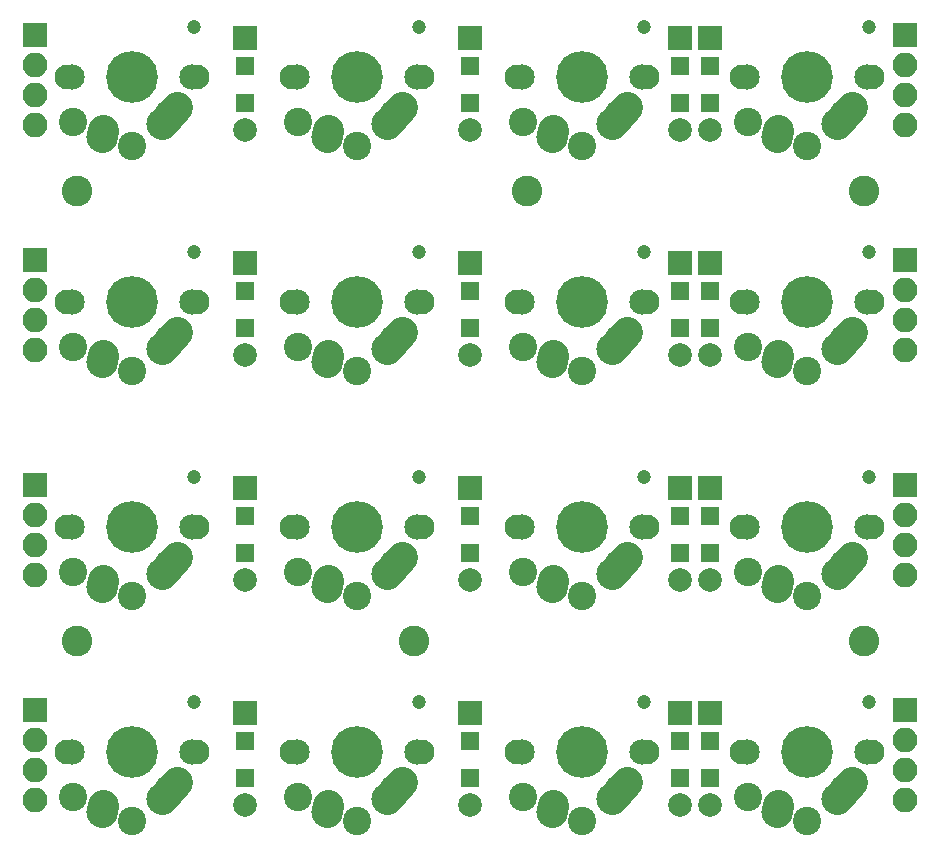
<source format=gbr>
G04 #@! TF.GenerationSoftware,KiCad,Pcbnew,(5.0.0)*
G04 #@! TF.CreationDate,2020-05-30T16:14:38-06:00*
G04 #@! TF.ProjectId,4x4_backpack,3478345F6261636B7061636B2E6B6963,rev?*
G04 #@! TF.SameCoordinates,Original*
G04 #@! TF.FileFunction,Soldermask,Top*
G04 #@! TF.FilePolarity,Negative*
%FSLAX46Y46*%
G04 Gerber Fmt 4.6, Leading zero omitted, Abs format (unit mm)*
G04 Created by KiCad (PCBNEW (5.0.0)) date 05/30/20 16:14:38*
%MOMM*%
%LPD*%
G01*
G04 APERTURE LIST*
%ADD10C,1.200000*%
%ADD11C,2.100000*%
%ADD12C,2.400000*%
%ADD13C,2.150000*%
%ADD14C,2.650000*%
%ADD15C,4.387800*%
%ADD16C,2.650000*%
%ADD17C,2.000000*%
%ADD18R,2.000000X2.000000*%
%ADD19R,1.600000X1.600000*%
%ADD20R,2.100000X2.100000*%
%ADD21O,2.100000X2.100000*%
%ADD22C,2.600000*%
G04 APERTURE END LIST*
D10*
G04 #@! TO.C,S16*
X148095000Y-138675000D03*
D11*
X137375000Y-142875000D03*
X148375000Y-142875000D03*
D12*
X142875000Y-148775000D03*
X137875000Y-146675000D03*
D13*
X137795000Y-142875000D03*
X147955000Y-142875000D03*
D14*
X145375000Y-146875000D03*
D15*
X142875000Y-142875000D03*
D14*
X146030005Y-146145004D03*
D16*
X146685000Y-145415000D02*
X145375010Y-146875008D01*
D14*
X140335000Y-147955000D03*
X140355229Y-147665016D03*
D16*
X140375000Y-147375000D02*
X140335458Y-147955032D01*
G04 #@! TD*
D17*
G04 #@! TO.C,D16*
X134620000Y-147410000D03*
D18*
X134620000Y-139610000D03*
D19*
X134620000Y-141935000D03*
X134620000Y-145085000D03*
G04 #@! TD*
D14*
G04 #@! TO.C,S7*
X121305229Y-109565016D03*
D16*
X121325000Y-109275000D02*
X121285458Y-109855032D01*
D14*
X121285000Y-109855000D03*
X126980005Y-108045004D03*
D16*
X127635000Y-107315000D02*
X126325010Y-108775008D01*
D15*
X123825000Y-104775000D03*
D14*
X126325000Y-108775000D03*
D13*
X128905000Y-104775000D03*
X118745000Y-104775000D03*
D12*
X118825000Y-108575000D03*
X123825000Y-110675000D03*
D11*
X129325000Y-104775000D03*
X118325000Y-104775000D03*
D10*
X129045000Y-100575000D03*
G04 #@! TD*
D17*
G04 #@! TO.C,D2*
X114300000Y-90260000D03*
D18*
X114300000Y-82460000D03*
D19*
X114300000Y-84785000D03*
X114300000Y-87935000D03*
G04 #@! TD*
D20*
G04 #@! TO.C,J1*
X77470000Y-82232500D03*
D21*
X77470000Y-84772500D03*
X77470000Y-87312500D03*
X77470000Y-89852500D03*
G04 #@! TD*
G04 #@! TO.C,J2*
X77470000Y-108902500D03*
X77470000Y-106362500D03*
X77470000Y-103822500D03*
D20*
X77470000Y-101282500D03*
G04 #@! TD*
G04 #@! TO.C,J3*
X77470000Y-120332500D03*
D21*
X77470000Y-122872500D03*
X77470000Y-125412500D03*
X77470000Y-127952500D03*
G04 #@! TD*
G04 #@! TO.C,J4*
X77470000Y-147002500D03*
X77470000Y-144462500D03*
X77470000Y-141922500D03*
D20*
X77470000Y-139382500D03*
G04 #@! TD*
G04 #@! TO.C,J5*
X151130000Y-82232500D03*
D21*
X151130000Y-84772500D03*
X151130000Y-87312500D03*
X151130000Y-89852500D03*
G04 #@! TD*
G04 #@! TO.C,J6*
X151130000Y-108902500D03*
X151130000Y-106362500D03*
X151130000Y-103822500D03*
D20*
X151130000Y-101282500D03*
G04 #@! TD*
G04 #@! TO.C,J7*
X151130000Y-120332500D03*
D21*
X151130000Y-122872500D03*
X151130000Y-125412500D03*
X151130000Y-127952500D03*
G04 #@! TD*
G04 #@! TO.C,J8*
X151130000Y-147002500D03*
X151130000Y-144462500D03*
X151130000Y-141922500D03*
D20*
X151130000Y-139382500D03*
G04 #@! TD*
D22*
G04 #@! TO.C,J11*
X81026000Y-133477000D03*
G04 #@! TD*
G04 #@! TO.C,J12*
X147701000Y-95377000D03*
G04 #@! TD*
G04 #@! TO.C,J13*
X147701000Y-133477000D03*
G04 #@! TD*
G04 #@! TO.C,J14*
X109601000Y-133477000D03*
G04 #@! TD*
G04 #@! TO.C,J15*
X119126000Y-95377000D03*
G04 #@! TD*
G04 #@! TO.C,J16*
X81026000Y-95377000D03*
G04 #@! TD*
D17*
G04 #@! TO.C,D1*
X95250000Y-90260000D03*
D18*
X95250000Y-82460000D03*
D19*
X95250000Y-84785000D03*
X95250000Y-87935000D03*
G04 #@! TD*
G04 #@! TO.C,D3*
X132080000Y-87935000D03*
X132080000Y-84785000D03*
D18*
X132080000Y-82460000D03*
D17*
X132080000Y-90260000D03*
G04 #@! TD*
D19*
G04 #@! TO.C,D4*
X134620000Y-87935000D03*
X134620000Y-84785000D03*
D18*
X134620000Y-82460000D03*
D17*
X134620000Y-90260000D03*
G04 #@! TD*
G04 #@! TO.C,D5*
X95250000Y-109310000D03*
D18*
X95250000Y-101510000D03*
D19*
X95250000Y-103835000D03*
X95250000Y-106985000D03*
G04 #@! TD*
G04 #@! TO.C,D6*
X114300000Y-106985000D03*
X114300000Y-103835000D03*
D18*
X114300000Y-101510000D03*
D17*
X114300000Y-109310000D03*
G04 #@! TD*
G04 #@! TO.C,D7*
X132080000Y-109310000D03*
D18*
X132080000Y-101510000D03*
D19*
X132080000Y-103835000D03*
X132080000Y-106985000D03*
G04 #@! TD*
G04 #@! TO.C,D8*
X134620000Y-106985000D03*
X134620000Y-103835000D03*
D18*
X134620000Y-101510000D03*
D17*
X134620000Y-109310000D03*
G04 #@! TD*
D19*
G04 #@! TO.C,D9*
X95250000Y-126035000D03*
X95250000Y-122885000D03*
D18*
X95250000Y-120560000D03*
D17*
X95250000Y-128360000D03*
G04 #@! TD*
G04 #@! TO.C,D10*
X114300000Y-128360000D03*
D18*
X114300000Y-120560000D03*
D19*
X114300000Y-122885000D03*
X114300000Y-126035000D03*
G04 #@! TD*
G04 #@! TO.C,D11*
X132080000Y-126035000D03*
X132080000Y-122885000D03*
D18*
X132080000Y-120560000D03*
D17*
X132080000Y-128360000D03*
G04 #@! TD*
G04 #@! TO.C,D12*
X134620000Y-128360000D03*
D18*
X134620000Y-120560000D03*
D19*
X134620000Y-122885000D03*
X134620000Y-126035000D03*
G04 #@! TD*
D17*
G04 #@! TO.C,D13*
X95250000Y-147410000D03*
D18*
X95250000Y-139610000D03*
D19*
X95250000Y-141935000D03*
X95250000Y-145085000D03*
G04 #@! TD*
G04 #@! TO.C,D14*
X114300000Y-145085000D03*
X114300000Y-141935000D03*
D18*
X114300000Y-139610000D03*
D17*
X114300000Y-147410000D03*
G04 #@! TD*
D19*
G04 #@! TO.C,D15*
X132080000Y-145085000D03*
X132080000Y-141935000D03*
D18*
X132080000Y-139610000D03*
D17*
X132080000Y-147410000D03*
G04 #@! TD*
D14*
G04 #@! TO.C,S1*
X83205229Y-90515016D03*
D16*
X83225000Y-90225000D02*
X83185458Y-90805032D01*
D14*
X83185000Y-90805000D03*
X88880005Y-88995004D03*
D16*
X89535000Y-88265000D02*
X88225010Y-89725008D01*
D15*
X85725000Y-85725000D03*
D14*
X88225000Y-89725000D03*
D13*
X90805000Y-85725000D03*
X80645000Y-85725000D03*
D12*
X80725000Y-89525000D03*
X85725000Y-91625000D03*
D11*
X91225000Y-85725000D03*
X80225000Y-85725000D03*
D10*
X90945000Y-81525000D03*
G04 #@! TD*
G04 #@! TO.C,S2*
X109995000Y-81525000D03*
D11*
X99275000Y-85725000D03*
X110275000Y-85725000D03*
D12*
X104775000Y-91625000D03*
X99775000Y-89525000D03*
D13*
X99695000Y-85725000D03*
X109855000Y-85725000D03*
D14*
X107275000Y-89725000D03*
D15*
X104775000Y-85725000D03*
D14*
X107930005Y-88995004D03*
D16*
X108585000Y-88265000D02*
X107275010Y-89725008D01*
D14*
X102235000Y-90805000D03*
X102255229Y-90515016D03*
D16*
X102275000Y-90225000D02*
X102235458Y-90805032D01*
G04 #@! TD*
D14*
G04 #@! TO.C,S3*
X121305229Y-90515016D03*
D16*
X121325000Y-90225000D02*
X121285458Y-90805032D01*
D14*
X121285000Y-90805000D03*
X126980005Y-88995004D03*
D16*
X127635000Y-88265000D02*
X126325010Y-89725008D01*
D15*
X123825000Y-85725000D03*
D14*
X126325000Y-89725000D03*
D13*
X128905000Y-85725000D03*
X118745000Y-85725000D03*
D12*
X118825000Y-89525000D03*
X123825000Y-91625000D03*
D11*
X129325000Y-85725000D03*
X118325000Y-85725000D03*
D10*
X129045000Y-81525000D03*
G04 #@! TD*
G04 #@! TO.C,S4*
X148095000Y-81525000D03*
D11*
X137375000Y-85725000D03*
X148375000Y-85725000D03*
D12*
X142875000Y-91625000D03*
X137875000Y-89525000D03*
D13*
X137795000Y-85725000D03*
X147955000Y-85725000D03*
D14*
X145375000Y-89725000D03*
D15*
X142875000Y-85725000D03*
D14*
X146030005Y-88995004D03*
D16*
X146685000Y-88265000D02*
X145375010Y-89725008D01*
D14*
X140335000Y-90805000D03*
X140355229Y-90515016D03*
D16*
X140375000Y-90225000D02*
X140335458Y-90805032D01*
G04 #@! TD*
D10*
G04 #@! TO.C,S5*
X90945000Y-100575000D03*
D11*
X80225000Y-104775000D03*
X91225000Y-104775000D03*
D12*
X85725000Y-110675000D03*
X80725000Y-108575000D03*
D13*
X80645000Y-104775000D03*
X90805000Y-104775000D03*
D14*
X88225000Y-108775000D03*
D15*
X85725000Y-104775000D03*
D14*
X88880005Y-108045004D03*
D16*
X89535000Y-107315000D02*
X88225010Y-108775008D01*
D14*
X83185000Y-109855000D03*
X83205229Y-109565016D03*
D16*
X83225000Y-109275000D02*
X83185458Y-109855032D01*
G04 #@! TD*
D14*
G04 #@! TO.C,S6*
X102255229Y-109565016D03*
D16*
X102275000Y-109275000D02*
X102235458Y-109855032D01*
D14*
X102235000Y-109855000D03*
X107930005Y-108045004D03*
D16*
X108585000Y-107315000D02*
X107275010Y-108775008D01*
D15*
X104775000Y-104775000D03*
D14*
X107275000Y-108775000D03*
D13*
X109855000Y-104775000D03*
X99695000Y-104775000D03*
D12*
X99775000Y-108575000D03*
X104775000Y-110675000D03*
D11*
X110275000Y-104775000D03*
X99275000Y-104775000D03*
D10*
X109995000Y-100575000D03*
G04 #@! TD*
G04 #@! TO.C,S8*
X148095000Y-100575000D03*
D11*
X137375000Y-104775000D03*
X148375000Y-104775000D03*
D12*
X142875000Y-110675000D03*
X137875000Y-108575000D03*
D13*
X137795000Y-104775000D03*
X147955000Y-104775000D03*
D14*
X145375000Y-108775000D03*
D15*
X142875000Y-104775000D03*
D14*
X146030005Y-108045004D03*
D16*
X146685000Y-107315000D02*
X145375010Y-108775008D01*
D14*
X140335000Y-109855000D03*
X140355229Y-109565016D03*
D16*
X140375000Y-109275000D02*
X140335458Y-109855032D01*
G04 #@! TD*
D10*
G04 #@! TO.C,S9*
X90945000Y-119625000D03*
D11*
X80225000Y-123825000D03*
X91225000Y-123825000D03*
D12*
X85725000Y-129725000D03*
X80725000Y-127625000D03*
D13*
X80645000Y-123825000D03*
X90805000Y-123825000D03*
D14*
X88225000Y-127825000D03*
D15*
X85725000Y-123825000D03*
D14*
X88880005Y-127095004D03*
D16*
X89535000Y-126365000D02*
X88225010Y-127825008D01*
D14*
X83185000Y-128905000D03*
X83205229Y-128615016D03*
D16*
X83225000Y-128325000D02*
X83185458Y-128905032D01*
G04 #@! TD*
D14*
G04 #@! TO.C,S10*
X102255229Y-128615016D03*
D16*
X102275000Y-128325000D02*
X102235458Y-128905032D01*
D14*
X102235000Y-128905000D03*
X107930005Y-127095004D03*
D16*
X108585000Y-126365000D02*
X107275010Y-127825008D01*
D15*
X104775000Y-123825000D03*
D14*
X107275000Y-127825000D03*
D13*
X109855000Y-123825000D03*
X99695000Y-123825000D03*
D12*
X99775000Y-127625000D03*
X104775000Y-129725000D03*
D11*
X110275000Y-123825000D03*
X99275000Y-123825000D03*
D10*
X109995000Y-119625000D03*
G04 #@! TD*
D14*
G04 #@! TO.C,S11*
X121305229Y-128615016D03*
D16*
X121325000Y-128325000D02*
X121285458Y-128905032D01*
D14*
X121285000Y-128905000D03*
X126980005Y-127095004D03*
D16*
X127635000Y-126365000D02*
X126325010Y-127825008D01*
D15*
X123825000Y-123825000D03*
D14*
X126325000Y-127825000D03*
D13*
X128905000Y-123825000D03*
X118745000Y-123825000D03*
D12*
X118825000Y-127625000D03*
X123825000Y-129725000D03*
D11*
X129325000Y-123825000D03*
X118325000Y-123825000D03*
D10*
X129045000Y-119625000D03*
G04 #@! TD*
D14*
G04 #@! TO.C,S12*
X140355229Y-128615016D03*
D16*
X140375000Y-128325000D02*
X140335458Y-128905032D01*
D14*
X140335000Y-128905000D03*
X146030005Y-127095004D03*
D16*
X146685000Y-126365000D02*
X145375010Y-127825008D01*
D15*
X142875000Y-123825000D03*
D14*
X145375000Y-127825000D03*
D13*
X147955000Y-123825000D03*
X137795000Y-123825000D03*
D12*
X137875000Y-127625000D03*
X142875000Y-129725000D03*
D11*
X148375000Y-123825000D03*
X137375000Y-123825000D03*
D10*
X148095000Y-119625000D03*
G04 #@! TD*
G04 #@! TO.C,S13*
X90945000Y-138675000D03*
D11*
X80225000Y-142875000D03*
X91225000Y-142875000D03*
D12*
X85725000Y-148775000D03*
X80725000Y-146675000D03*
D13*
X80645000Y-142875000D03*
X90805000Y-142875000D03*
D14*
X88225000Y-146875000D03*
D15*
X85725000Y-142875000D03*
D14*
X88880005Y-146145004D03*
D16*
X89535000Y-145415000D02*
X88225010Y-146875008D01*
D14*
X83185000Y-147955000D03*
X83205229Y-147665016D03*
D16*
X83225000Y-147375000D02*
X83185458Y-147955032D01*
G04 #@! TD*
D10*
G04 #@! TO.C,S14*
X109995000Y-138675000D03*
D11*
X99275000Y-142875000D03*
X110275000Y-142875000D03*
D12*
X104775000Y-148775000D03*
X99775000Y-146675000D03*
D13*
X99695000Y-142875000D03*
X109855000Y-142875000D03*
D14*
X107275000Y-146875000D03*
D15*
X104775000Y-142875000D03*
D14*
X107930005Y-146145004D03*
D16*
X108585000Y-145415000D02*
X107275010Y-146875008D01*
D14*
X102235000Y-147955000D03*
X102255229Y-147665016D03*
D16*
X102275000Y-147375000D02*
X102235458Y-147955032D01*
G04 #@! TD*
D14*
G04 #@! TO.C,S15*
X121305229Y-147665016D03*
D16*
X121325000Y-147375000D02*
X121285458Y-147955032D01*
D14*
X121285000Y-147955000D03*
X126980005Y-146145004D03*
D16*
X127635000Y-145415000D02*
X126325010Y-146875008D01*
D15*
X123825000Y-142875000D03*
D14*
X126325000Y-146875000D03*
D13*
X128905000Y-142875000D03*
X118745000Y-142875000D03*
D12*
X118825000Y-146675000D03*
X123825000Y-148775000D03*
D11*
X129325000Y-142875000D03*
X118325000Y-142875000D03*
D10*
X129045000Y-138675000D03*
G04 #@! TD*
M02*

</source>
